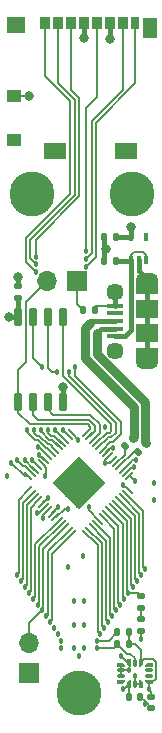
<source format=gbr>
%TF.GenerationSoftware,KiCad,Pcbnew,(6.0.7)*%
%TF.CreationDate,2022-08-25T19:07:38-04:00*%
%TF.ProjectId,msbaker,6d736261-6b65-4722-9e6b-696361645f70,3*%
%TF.SameCoordinates,Original*%
%TF.FileFunction,Copper,L1,Top*%
%TF.FilePolarity,Positive*%
%FSLAX46Y46*%
G04 Gerber Fmt 4.6, Leading zero omitted, Abs format (unit mm)*
G04 Created by KiCad (PCBNEW (6.0.7)) date 2022-08-25 19:07:38*
%MOMM*%
%LPD*%
G01*
G04 APERTURE LIST*
G04 Aperture macros list*
%AMRoundRect*
0 Rectangle with rounded corners*
0 $1 Rounding radius*
0 $2 $3 $4 $5 $6 $7 $8 $9 X,Y pos of 4 corners*
0 Add a 4 corners polygon primitive as box body*
4,1,4,$2,$3,$4,$5,$6,$7,$8,$9,$2,$3,0*
0 Add four circle primitives for the rounded corners*
1,1,$1+$1,$2,$3*
1,1,$1+$1,$4,$5*
1,1,$1+$1,$6,$7*
1,1,$1+$1,$8,$9*
0 Add four rect primitives between the rounded corners*
20,1,$1+$1,$2,$3,$4,$5,0*
20,1,$1+$1,$4,$5,$6,$7,0*
20,1,$1+$1,$6,$7,$8,$9,0*
20,1,$1+$1,$8,$9,$2,$3,0*%
%AMFreePoly0*
4,1,48,0.134742,0.310782,0.138024,0.311361,0.140910,0.309695,0.150652,0.307977,0.165579,0.295451,0.182453,0.285709,0.184767,0.279350,0.189952,0.275000,0.193336,0.255809,0.200000,0.237500,0.200000,-0.237500,0.198282,-0.247242,0.198861,-0.250524,0.197195,-0.253410,0.195477,-0.263152,0.182951,-0.278079,0.173209,-0.294953,0.166850,-0.297267,0.162500,-0.302452,0.143309,-0.305836,
0.125000,-0.312500,0.081066,-0.312500,0.076480,-0.311691,0.074529,-0.312214,0.071540,-0.310820,0.055414,-0.307977,0.042871,-0.297452,0.028033,-0.290533,-0.178033,-0.084467,-0.180703,-0.080653,-0.182453,-0.079643,-0.183581,-0.076543,-0.192973,-0.063130,-0.194400,-0.046819,-0.200000,-0.031434,-0.200000,0.237500,-0.198282,0.247242,-0.198861,0.250524,-0.197195,0.253410,-0.195477,0.263152,
-0.182951,0.278079,-0.173209,0.294953,-0.166850,0.297267,-0.162500,0.302452,-0.143309,0.305836,-0.125000,0.312500,0.125000,0.312500,0.134742,0.310782,0.134742,0.310782,$1*%
%AMFreePoly1*
4,1,48,0.134742,0.310782,0.138024,0.311361,0.140910,0.309695,0.150652,0.307977,0.165579,0.295451,0.182453,0.285709,0.184767,0.279350,0.189952,0.275000,0.193336,0.255809,0.200000,0.237500,0.200000,-0.031434,0.199191,-0.036020,0.199714,-0.037971,0.198320,-0.040960,0.195477,-0.057086,0.184952,-0.069629,0.178033,-0.084467,-0.028033,-0.290533,-0.031847,-0.293203,-0.032857,-0.294953,
-0.035957,-0.296081,-0.049370,-0.305473,-0.065681,-0.306900,-0.081066,-0.312500,-0.125000,-0.312500,-0.134742,-0.310782,-0.138024,-0.311361,-0.140910,-0.309695,-0.150652,-0.307977,-0.165579,-0.295451,-0.182453,-0.285709,-0.184767,-0.279350,-0.189952,-0.275000,-0.193336,-0.255809,-0.200000,-0.237500,-0.200000,0.237500,-0.198282,0.247242,-0.198861,0.250524,-0.197195,0.253410,-0.195477,0.263152,
-0.182951,0.278079,-0.173209,0.294953,-0.166850,0.297267,-0.162500,0.302452,-0.143309,0.305836,-0.125000,0.312500,0.125000,0.312500,0.134742,0.310782,0.134742,0.310782,$1*%
%AMFreePoly2*
4,1,48,0.247242,0.198282,0.250524,0.198861,0.253410,0.197195,0.263152,0.195477,0.278079,0.182951,0.294953,0.173209,0.297267,0.166850,0.302452,0.162500,0.305836,0.143309,0.312500,0.125000,0.312500,-0.125000,0.310782,-0.134742,0.311361,-0.138024,0.309695,-0.140910,0.307977,-0.150652,0.295451,-0.165579,0.285709,-0.182453,0.279350,-0.184767,0.275000,-0.189952,0.255809,-0.193336,
0.237500,-0.200000,-0.237500,-0.200000,-0.247242,-0.198282,-0.250524,-0.198861,-0.253410,-0.197195,-0.263152,-0.195477,-0.278079,-0.182951,-0.294953,-0.173209,-0.297267,-0.166850,-0.302452,-0.162500,-0.305836,-0.143309,-0.312500,-0.125000,-0.312500,-0.081066,-0.311691,-0.076480,-0.312214,-0.074530,-0.310821,-0.071542,-0.307977,-0.055414,-0.297451,-0.042870,-0.290533,-0.028033,-0.084467,0.178033,
-0.080653,0.180703,-0.079643,0.182453,-0.076543,0.183581,-0.063130,0.192973,-0.046820,0.194400,-0.031434,0.200000,0.237500,0.200000,0.247242,0.198282,0.247242,0.198282,$1*%
%AMFreePoly3*
4,1,48,0.247242,0.198282,0.250524,0.198861,0.253410,0.197195,0.263152,0.195477,0.278079,0.182951,0.294953,0.173209,0.297267,0.166850,0.302452,0.162500,0.305836,0.143309,0.312500,0.125000,0.312500,-0.125000,0.310782,-0.134742,0.311361,-0.138024,0.309695,-0.140910,0.307977,-0.150652,0.295451,-0.165579,0.285709,-0.182453,0.279350,-0.184767,0.275000,-0.189952,0.255809,-0.193336,
0.237500,-0.200000,-0.031434,-0.200000,-0.036020,-0.199191,-0.037971,-0.199714,-0.040960,-0.198320,-0.057086,-0.195477,-0.069629,-0.184952,-0.084467,-0.178033,-0.290533,0.028033,-0.293203,0.031847,-0.294953,0.032857,-0.296081,0.035957,-0.305473,0.049370,-0.306900,0.065681,-0.312500,0.081066,-0.312500,0.125000,-0.310782,0.134742,-0.311361,0.138024,-0.309695,0.140910,-0.307977,0.150652,
-0.295451,0.165579,-0.285709,0.182453,-0.279350,0.184767,-0.275000,0.189952,-0.255809,0.193336,-0.237500,0.200000,0.237500,0.200000,0.247242,0.198282,0.247242,0.198282,$1*%
%AMFreePoly4*
4,1,48,-0.076480,0.311691,-0.074530,0.312214,-0.071542,0.310821,-0.055414,0.307977,-0.042870,0.297451,-0.028033,0.290533,0.178033,0.084467,0.180703,0.080653,0.182453,0.079643,0.183581,0.076543,0.192973,0.063130,0.194400,0.046820,0.200000,0.031434,0.200000,-0.237500,0.198282,-0.247242,0.198861,-0.250524,0.197195,-0.253410,0.195477,-0.263152,0.182951,-0.278079,0.173209,-0.294953,
0.166850,-0.297267,0.162500,-0.302452,0.143309,-0.305836,0.125000,-0.312500,-0.125000,-0.312500,-0.134742,-0.310782,-0.138024,-0.311361,-0.140910,-0.309695,-0.150652,-0.307977,-0.165579,-0.295451,-0.182453,-0.285709,-0.184767,-0.279350,-0.189952,-0.275000,-0.193336,-0.255809,-0.200000,-0.237500,-0.200000,0.237500,-0.198282,0.247242,-0.198861,0.250524,-0.197195,0.253410,-0.195477,0.263152,
-0.182951,0.278079,-0.173209,0.294953,-0.166850,0.297267,-0.162500,0.302452,-0.143309,0.305836,-0.125000,0.312500,-0.081066,0.312500,-0.076480,0.311691,-0.076480,0.311691,$1*%
%AMFreePoly5*
4,1,48,0.134742,0.310782,0.138024,0.311361,0.140910,0.309695,0.150652,0.307977,0.165579,0.295451,0.182453,0.285709,0.184767,0.279350,0.189952,0.275000,0.193336,0.255809,0.200000,0.237500,0.200000,-0.237500,0.198282,-0.247242,0.198861,-0.250524,0.197195,-0.253410,0.195477,-0.263152,0.182951,-0.278079,0.173209,-0.294953,0.166850,-0.297267,0.162500,-0.302452,0.143309,-0.305836,
0.125000,-0.312500,-0.125000,-0.312500,-0.134742,-0.310782,-0.138024,-0.311361,-0.140910,-0.309695,-0.150652,-0.307977,-0.165579,-0.295451,-0.182453,-0.285709,-0.184767,-0.279350,-0.189952,-0.275000,-0.193336,-0.255809,-0.200000,-0.237500,-0.200000,0.031434,-0.199191,0.036020,-0.199714,0.037970,-0.198321,0.040958,-0.195477,0.057086,-0.184951,0.069630,-0.178033,0.084467,0.028033,0.290533,
0.031847,0.293203,0.032857,0.294953,0.035957,0.296081,0.049370,0.305473,0.065680,0.306900,0.081066,0.312500,0.125000,0.312500,0.134742,0.310782,0.134742,0.310782,$1*%
%AMFreePoly6*
4,1,48,0.247242,0.198282,0.250524,0.198861,0.253410,0.197195,0.263152,0.195477,0.278079,0.182951,0.294953,0.173209,0.297267,0.166850,0.302452,0.162500,0.305836,0.143309,0.312500,0.125000,0.312500,0.081066,0.311691,0.076480,0.312214,0.074529,0.310820,0.071540,0.307977,0.055414,0.297452,0.042871,0.290533,0.028033,0.084467,-0.178033,0.080653,-0.180703,0.079643,-0.182453,
0.076543,-0.183581,0.063130,-0.192973,0.046819,-0.194400,0.031434,-0.200000,-0.237500,-0.200000,-0.247242,-0.198282,-0.250524,-0.198861,-0.253410,-0.197195,-0.263152,-0.195477,-0.278079,-0.182951,-0.294953,-0.173209,-0.297267,-0.166850,-0.302452,-0.162500,-0.305836,-0.143309,-0.312500,-0.125000,-0.312500,0.125000,-0.310782,0.134742,-0.311361,0.138024,-0.309695,0.140910,-0.307977,0.150652,
-0.295451,0.165579,-0.285709,0.182453,-0.279350,0.184767,-0.275000,0.189952,-0.255809,0.193336,-0.237500,0.200000,0.237500,0.200000,0.247242,0.198282,0.247242,0.198282,$1*%
%AMFreePoly7*
4,1,48,0.036020,0.199191,0.037970,0.199714,0.040958,0.198321,0.057086,0.195477,0.069630,0.184951,0.084467,0.178033,0.290533,-0.028033,0.293203,-0.031847,0.294953,-0.032857,0.296081,-0.035957,0.305473,-0.049370,0.306900,-0.065680,0.312500,-0.081066,0.312500,-0.125000,0.310782,-0.134742,0.311361,-0.138024,0.309695,-0.140910,0.307977,-0.150652,0.295451,-0.165579,0.285709,-0.182453,
0.279350,-0.184767,0.275000,-0.189952,0.255809,-0.193336,0.237500,-0.200000,-0.237500,-0.200000,-0.247242,-0.198282,-0.250524,-0.198861,-0.253410,-0.197195,-0.263152,-0.195477,-0.278079,-0.182951,-0.294953,-0.173209,-0.297267,-0.166850,-0.302452,-0.162500,-0.305836,-0.143309,-0.312500,-0.125000,-0.312500,0.125000,-0.310782,0.134742,-0.311361,0.138024,-0.309695,0.140910,-0.307977,0.150652,
-0.295451,0.165579,-0.285709,0.182453,-0.279350,0.184767,-0.275000,0.189952,-0.255809,0.193336,-0.237500,0.200000,0.031434,0.200000,0.036020,0.199191,0.036020,0.199191,$1*%
G04 Aperture macros list end*
%TA.AperFunction,SMDPad,CuDef*%
%ADD10R,0.850000X1.100000*%
%TD*%
%TA.AperFunction,SMDPad,CuDef*%
%ADD11R,0.750000X1.100000*%
%TD*%
%TA.AperFunction,SMDPad,CuDef*%
%ADD12R,1.200000X1.000000*%
%TD*%
%TA.AperFunction,SMDPad,CuDef*%
%ADD13R,1.550000X1.350000*%
%TD*%
%TA.AperFunction,SMDPad,CuDef*%
%ADD14R,1.900000X1.350000*%
%TD*%
%TA.AperFunction,SMDPad,CuDef*%
%ADD15R,1.170000X1.800000*%
%TD*%
%TA.AperFunction,SMDPad,CuDef*%
%ADD16R,1.350000X0.400000*%
%TD*%
%TA.AperFunction,SMDPad,CuDef*%
%ADD17R,1.900000X1.200000*%
%TD*%
%TA.AperFunction,SMDPad,CuDef*%
%ADD18R,1.900000X1.500000*%
%TD*%
%TA.AperFunction,ComponentPad*%
%ADD19O,1.900000X1.200000*%
%TD*%
%TA.AperFunction,ComponentPad*%
%ADD20C,1.450000*%
%TD*%
%TA.AperFunction,SMDPad,CuDef*%
%ADD21RoundRect,0.135000X0.135000X0.185000X-0.135000X0.185000X-0.135000X-0.185000X0.135000X-0.185000X0*%
%TD*%
%TA.AperFunction,SMDPad,CuDef*%
%ADD22R,0.400000X0.650000*%
%TD*%
%TA.AperFunction,SMDPad,CuDef*%
%ADD23RoundRect,0.150000X0.150000X-0.650000X0.150000X0.650000X-0.150000X0.650000X-0.150000X-0.650000X0*%
%TD*%
%TA.AperFunction,SMDPad,CuDef*%
%ADD24FreePoly0,0.000000*%
%TD*%
%TA.AperFunction,SMDPad,CuDef*%
%ADD25RoundRect,0.085000X-0.085000X-0.227500X0.085000X-0.227500X0.085000X0.227500X-0.085000X0.227500X0*%
%TD*%
%TA.AperFunction,SMDPad,CuDef*%
%ADD26FreePoly1,0.000000*%
%TD*%
%TA.AperFunction,SMDPad,CuDef*%
%ADD27FreePoly2,0.000000*%
%TD*%
%TA.AperFunction,SMDPad,CuDef*%
%ADD28RoundRect,0.085000X-0.227500X-0.085000X0.227500X-0.085000X0.227500X0.085000X-0.227500X0.085000X0*%
%TD*%
%TA.AperFunction,SMDPad,CuDef*%
%ADD29FreePoly3,0.000000*%
%TD*%
%TA.AperFunction,SMDPad,CuDef*%
%ADD30FreePoly4,0.000000*%
%TD*%
%TA.AperFunction,SMDPad,CuDef*%
%ADD31FreePoly5,0.000000*%
%TD*%
%TA.AperFunction,SMDPad,CuDef*%
%ADD32FreePoly6,0.000000*%
%TD*%
%TA.AperFunction,SMDPad,CuDef*%
%ADD33FreePoly7,0.000000*%
%TD*%
%TA.AperFunction,ComponentPad*%
%ADD34C,3.800000*%
%TD*%
%TA.AperFunction,SMDPad,CuDef*%
%ADD35RoundRect,0.140000X0.140000X0.170000X-0.140000X0.170000X-0.140000X-0.170000X0.140000X-0.170000X0*%
%TD*%
%TA.AperFunction,SMDPad,CuDef*%
%ADD36RoundRect,0.135000X-0.185000X0.135000X-0.185000X-0.135000X0.185000X-0.135000X0.185000X0.135000X0*%
%TD*%
%TA.AperFunction,SMDPad,CuDef*%
%ADD37RoundRect,0.140000X0.170000X-0.140000X0.170000X0.140000X-0.170000X0.140000X-0.170000X-0.140000X0*%
%TD*%
%TA.AperFunction,SMDPad,CuDef*%
%ADD38RoundRect,0.135000X0.035355X-0.226274X0.226274X-0.035355X-0.035355X0.226274X-0.226274X0.035355X0*%
%TD*%
%TA.AperFunction,SMDPad,CuDef*%
%ADD39RoundRect,0.135000X-0.135000X-0.185000X0.135000X-0.185000X0.135000X0.185000X-0.135000X0.185000X0*%
%TD*%
%TA.AperFunction,SMDPad,CuDef*%
%ADD40RoundRect,0.147500X0.172500X-0.147500X0.172500X0.147500X-0.172500X0.147500X-0.172500X-0.147500X0*%
%TD*%
%TA.AperFunction,SMDPad,CuDef*%
%ADD41RoundRect,0.050000X-0.309359X0.238649X0.238649X-0.309359X0.309359X-0.238649X-0.238649X0.309359X0*%
%TD*%
%TA.AperFunction,SMDPad,CuDef*%
%ADD42RoundRect,0.050000X-0.309359X-0.238649X-0.238649X-0.309359X0.309359X0.238649X0.238649X0.309359X0*%
%TD*%
%TA.AperFunction,ComponentPad*%
%ADD43C,0.600000*%
%TD*%
%TA.AperFunction,SMDPad,CuDef*%
%ADD44RoundRect,0.144000X-2.059095X0.000000X0.000000X-2.059095X2.059095X0.000000X0.000000X2.059095X0*%
%TD*%
%TA.AperFunction,ComponentPad*%
%ADD45R,1.700000X1.700000*%
%TD*%
%TA.AperFunction,ComponentPad*%
%ADD46O,1.700000X1.700000*%
%TD*%
%TA.AperFunction,SMDPad,CuDef*%
%ADD47RoundRect,0.140000X-0.170000X0.140000X-0.170000X-0.140000X0.170000X-0.140000X0.170000X0.140000X0*%
%TD*%
%TA.AperFunction,SMDPad,CuDef*%
%ADD48RoundRect,0.140000X-0.140000X-0.170000X0.140000X-0.170000X0.140000X0.170000X-0.140000X0.170000X0*%
%TD*%
%TA.AperFunction,ViaPad*%
%ADD49C,0.800000*%
%TD*%
%TA.AperFunction,ViaPad*%
%ADD50C,0.457000*%
%TD*%
%TA.AperFunction,Conductor*%
%ADD51C,0.200000*%
%TD*%
%TA.AperFunction,Conductor*%
%ADD52C,0.400000*%
%TD*%
%TA.AperFunction,Conductor*%
%ADD53C,0.800000*%
%TD*%
%TA.AperFunction,Conductor*%
%ADD54C,0.152400*%
%TD*%
G04 APERTURE END LIST*
D10*
%TO.P,J2,1,DAT2*%
%TO.N,/SD_DAT2*%
X181395000Y-68550000D03*
%TO.P,J2,2,DAT3/CD*%
%TO.N,/SD_DAT3*%
X182495000Y-68550000D03*
%TO.P,J2,3,CMD*%
%TO.N,/SD_CMD*%
X183595000Y-68550000D03*
%TO.P,J2,4,VDD*%
%TO.N,+3.3V*%
X184695000Y-68550000D03*
%TO.P,J2,5,CLK*%
%TO.N,/SD_CLK*%
X185795000Y-68550000D03*
%TO.P,J2,6,VSS*%
%TO.N,GND*%
X186895000Y-68550000D03*
%TO.P,J2,7,DAT0*%
%TO.N,/SD_DAT0*%
X187995000Y-68550000D03*
D11*
%TO.P,J2,8,DAT1*%
%TO.N,/SD_DAT1*%
X189045000Y-68550000D03*
D12*
%TO.P,J2,9,SHIELD*%
%TO.N,GND*%
X178760000Y-74700000D03*
%TO.P,J2,10*%
%TO.N,N/C*%
X178760000Y-78400000D03*
D13*
%TO.P,J2,11*%
X178935000Y-68675000D03*
D14*
X182260000Y-79375000D03*
X188230000Y-79375000D03*
D15*
X190255000Y-68900000D03*
%TD*%
D16*
%TO.P,J1,1,VBUS*%
%TO.N,+5V*%
X187300000Y-95050000D03*
%TO.P,J1,2,D-*%
%TO.N,/USB_D-*%
X187300000Y-94400000D03*
%TO.P,J1,3,D+*%
%TO.N,/USB_D+*%
X187300000Y-93750000D03*
%TO.P,J1,4,ID*%
%TO.N,unconnected-(J1-Pad4)*%
X187300000Y-93100000D03*
%TO.P,J1,5,GND*%
%TO.N,GND*%
X187300000Y-92450000D03*
D17*
%TO.P,J1,6,Shield*%
X190000000Y-90850000D03*
D18*
X190000000Y-94750000D03*
X190000000Y-92750000D03*
D19*
X190000000Y-90250000D03*
X190000000Y-97250000D03*
D17*
X190000000Y-96650000D03*
D20*
X187300000Y-91250000D03*
X187300000Y-96250000D03*
%TD*%
D21*
%TO.P,R2,1*%
%TO.N,+3.3V*%
X188510000Y-120100000D03*
%TO.P,R2,2*%
%TO.N,/I2C0_SDA*%
X187490000Y-120100000D03*
%TD*%
D22*
%TO.P,U1,1,VIN*%
%TO.N,+5V*%
X188650000Y-88550000D03*
%TO.P,U1,2,GND*%
%TO.N,GND*%
X189300000Y-88550000D03*
%TO.P,U1,3,EN*%
%TO.N,+5V*%
X189950000Y-88550000D03*
%TO.P,U1,4,NC*%
%TO.N,unconnected-(U1-Pad4)*%
X189950000Y-86650000D03*
%TO.P,U1,5,VOUT*%
%TO.N,+3.3V*%
X188650000Y-86650000D03*
%TD*%
D23*
%TO.P,U2,1,~{CS}*%
%TO.N,/QSPI_SS*%
X179095000Y-100600000D03*
%TO.P,U2,2,DO(IO1)*%
%TO.N,/QSPI_SD1*%
X180365000Y-100600000D03*
%TO.P,U2,3,IO2*%
%TO.N,/QSPI_SD2*%
X181635000Y-100600000D03*
%TO.P,U2,4,GND*%
%TO.N,GND*%
X182905000Y-100600000D03*
%TO.P,U2,5,DI(IO0)*%
%TO.N,/QSPI_SD0*%
X182905000Y-93400000D03*
%TO.P,U2,6,CLK*%
%TO.N,/QSPI_SCLK*%
X181635000Y-93400000D03*
%TO.P,U2,7,IO3*%
%TO.N,/QSPI_SD3*%
X180365000Y-93400000D03*
%TO.P,U2,8,VCC*%
%TO.N,+3.3V*%
X179095000Y-93400000D03*
%TD*%
D24*
%TO.P,U4,14,SDA*%
%TO.N,/I2C0_SDA*%
X188500000Y-122675000D03*
D25*
%TO.P,U4,13,SCL*%
%TO.N,/I2C0_SCL*%
X189000000Y-122675000D03*
D26*
%TO.P,U4,12,CS*%
%TO.N,+3.3V*%
X189500000Y-122675000D03*
D27*
%TO.P,U4,11,NC*%
%TO.N,unconnected-(U4-Pad11)*%
X190162500Y-122837500D03*
D28*
%TO.P,U4,10,NC*%
%TO.N,unconnected-(U4-Pad10)*%
X190162500Y-123337500D03*
%TO.P,U4,9,INT2*%
%TO.N,unconnected-(U4-Pad9)*%
X190162500Y-123837500D03*
D29*
%TO.P,U4,8,VDD*%
%TO.N,+3.3V*%
X190162500Y-124337500D03*
D30*
%TO.P,U4,7,GND*%
%TO.N,GND*%
X189500000Y-124500000D03*
D25*
%TO.P,U4,6,GND*%
X189000000Y-124500000D03*
D31*
%TO.P,U4,5,VDDIO*%
%TO.N,+3.3V*%
X188500000Y-124500000D03*
D32*
%TO.P,U4,4,INT1*%
%TO.N,unconnected-(U4-Pad4)*%
X187837500Y-124337500D03*
D28*
%TO.P,U4,3,SCX*%
%TO.N,GND*%
X187837500Y-123837500D03*
%TO.P,U4,2,SDX*%
X187837500Y-123337500D03*
D33*
%TO.P,U4,1,SDO/SA0*%
X187837500Y-122837500D03*
%TD*%
D34*
%TO.P,M2,1*%
%TO.N,N/C*%
X188750000Y-83000000D03*
%TD*%
D35*
%TO.P,C3,1*%
%TO.N,+3.3V*%
X187380000Y-86600000D03*
%TO.P,C3,2*%
%TO.N,GND*%
X186420000Y-86600000D03*
%TD*%
D34*
%TO.P,M2,1*%
%TO.N,N/C*%
X180250000Y-83000000D03*
%TD*%
D36*
%TO.P,R7,1*%
%TO.N,/LED*%
X189500000Y-116990000D03*
%TO.P,R7,2*%
%TO.N,Net-(D1-Pad2)*%
X189500000Y-118010000D03*
%TD*%
D34*
%TO.P,M2,1*%
%TO.N,N/C*%
X184250000Y-125250000D03*
%TD*%
D37*
%TO.P,C6,1*%
%TO.N,+3.3V*%
X179100000Y-91780000D03*
%TO.P,C6,2*%
%TO.N,GND*%
X179100000Y-90820000D03*
%TD*%
D21*
%TO.P,R1,1*%
%TO.N,+3.3V*%
X188510000Y-121100000D03*
%TO.P,R1,2*%
%TO.N,/I2C0_SCL*%
X187490000Y-121100000D03*
%TD*%
D38*
%TO.P,R6,1*%
%TO.N,Net-(R6-Pad1)*%
X189239376Y-104810624D03*
%TO.P,R6,2*%
%TO.N,/USB_D-*%
X189960624Y-104089376D03*
%TD*%
D39*
%TO.P,R3,1*%
%TO.N,Net-(JP1-Pad1)*%
X184590000Y-92800000D03*
%TO.P,R3,2*%
%TO.N,GND*%
X185610000Y-92800000D03*
%TD*%
D40*
%TO.P,D1,1,K*%
%TO.N,GND*%
X189500000Y-119985000D03*
%TO.P,D1,2,A*%
%TO.N,Net-(D1-Pad2)*%
X189500000Y-119015000D03*
%TD*%
D38*
%TO.P,R5,2*%
%TO.N,/USB_D+*%
X188860624Y-103639376D03*
%TO.P,R5,1*%
%TO.N,Net-(R5-Pad1)*%
X188139376Y-104360624D03*
%TD*%
D41*
%TO.P,U3,1,IOVDD*%
%TO.N,+3.3V*%
X183657798Y-103230843D03*
%TO.P,U3,2,GPIO0*%
%TO.N,/SD_CLK*%
X183374955Y-103513686D03*
%TO.P,U3,3,GPIO1*%
%TO.N,/SD_DAT0*%
X183092113Y-103796528D03*
%TO.P,U3,4,GPIO2*%
%TO.N,/SD_DAT1*%
X182809270Y-104079371D03*
%TO.P,U3,5,GPIO3*%
%TO.N,/SD_DAT2*%
X182526427Y-104362214D03*
%TO.P,U3,6,GPIO4*%
%TO.N,/SD_DAT3*%
X182243585Y-104645056D03*
%TO.P,U3,7,GPIO5*%
%TO.N,/SD_CMD*%
X181960742Y-104927899D03*
%TO.P,U3,8,GPIO6*%
%TO.N,/I2C0_SDA*%
X181677899Y-105210742D03*
%TO.P,U3,9,GPIO7*%
%TO.N,/I2C0_SCL*%
X181395056Y-105493585D03*
%TO.P,U3,10,IOVDD*%
%TO.N,+3.3V*%
X181112214Y-105776427D03*
%TO.P,U3,11,GPIO8*%
%TO.N,/GPIO8*%
X180829371Y-106059270D03*
%TO.P,U3,12,GPIO9*%
%TO.N,/GPIO9*%
X180546528Y-106342113D03*
%TO.P,U3,13,GPIO10*%
%TO.N,/GPIO10*%
X180263686Y-106624955D03*
%TO.P,U3,14,GPIO11*%
%TO.N,/GPIO11*%
X179980843Y-106907798D03*
D42*
%TO.P,U3,15,GPIO12*%
%TO.N,/GPIO12*%
X179980843Y-108092202D03*
%TO.P,U3,16,GPIO13*%
%TO.N,/GPIO13*%
X180263686Y-108375045D03*
%TO.P,U3,17,GPIO14*%
%TO.N,/GPIO14*%
X180546528Y-108657887D03*
%TO.P,U3,18,GPIO15*%
%TO.N,/GPIO15*%
X180829371Y-108940730D03*
%TO.P,U3,19,TESTEN*%
%TO.N,GND*%
X181112214Y-109223573D03*
%TO.P,U3,20,XIN*%
%TO.N,Net-(C4-Pad2)*%
X181395056Y-109506415D03*
%TO.P,U3,21,XOUT*%
%TO.N,Net-(R4-Pad2)*%
X181677899Y-109789258D03*
%TO.P,U3,22,IOVDD*%
%TO.N,+3.3V*%
X181960742Y-110072101D03*
%TO.P,U3,23,DVDD*%
%TO.N,Net-(C7-Pad1)*%
X182243585Y-110354944D03*
%TO.P,U3,24,SWCLK*%
%TO.N,/SWCLK*%
X182526427Y-110637786D03*
%TO.P,U3,25,SWD*%
%TO.N,/SWD*%
X182809270Y-110920629D03*
%TO.P,U3,26,RUN*%
%TO.N,/RUN*%
X183092113Y-111203472D03*
%TO.P,U3,27,GPIO16*%
%TO.N,/GPIO16*%
X183374955Y-111486314D03*
%TO.P,U3,28,GPIO17*%
%TO.N,/GPIO17*%
X183657798Y-111769157D03*
D41*
%TO.P,U3,29,GPIO18*%
%TO.N,/GPIO18*%
X184842202Y-111769157D03*
%TO.P,U3,30,GPIO19*%
%TO.N,/GPIO19*%
X185125045Y-111486314D03*
%TO.P,U3,31,GPIO20*%
%TO.N,/GPIO20*%
X185407887Y-111203472D03*
%TO.P,U3,32,GPIO21*%
%TO.N,/GPIO21*%
X185690730Y-110920629D03*
%TO.P,U3,33,IOVDD*%
%TO.N,+3.3V*%
X185973573Y-110637786D03*
%TO.P,U3,34,GPIO22*%
%TO.N,/GPIO22*%
X186256415Y-110354944D03*
%TO.P,U3,35,GPIO23*%
%TO.N,/GPIO23*%
X186539258Y-110072101D03*
%TO.P,U3,36,GPIO24*%
%TO.N,/GPIO24*%
X186822101Y-109789258D03*
%TO.P,U3,37,GPIO25*%
%TO.N,/LED*%
X187104944Y-109506415D03*
%TO.P,U3,38,GPIO26_ADC0*%
%TO.N,/GPIO26*%
X187387786Y-109223573D03*
%TO.P,U3,39,GPIO27_ADC1*%
%TO.N,/GPIO27*%
X187670629Y-108940730D03*
%TO.P,U3,40,GPIO28_ADC2*%
%TO.N,/GPIO28*%
X187953472Y-108657887D03*
%TO.P,U3,41,GPIO29_ADC3*%
%TO.N,/GPIO29*%
X188236314Y-108375045D03*
%TO.P,U3,42,IOVDD*%
%TO.N,+3.3V*%
X188519157Y-108092202D03*
D42*
%TO.P,U3,43,ADC_AVDD*%
X188519157Y-106907798D03*
%TO.P,U3,44,VREG_IN*%
X188236314Y-106624955D03*
%TO.P,U3,45,VREG_VOUT*%
%TO.N,Net-(C7-Pad1)*%
X187953472Y-106342113D03*
%TO.P,U3,46,USB_DM*%
%TO.N,Net-(R6-Pad1)*%
X187670629Y-106059270D03*
%TO.P,U3,47,USB_DP*%
%TO.N,Net-(R5-Pad1)*%
X187387786Y-105776427D03*
%TO.P,U3,48,USB_VDD*%
%TO.N,+3.3V*%
X187104944Y-105493585D03*
%TO.P,U3,49,IOVDD*%
X186822101Y-105210742D03*
%TO.P,U3,50,DVDD*%
%TO.N,Net-(C7-Pad1)*%
X186539258Y-104927899D03*
%TO.P,U3,51,QSPI_SD3*%
%TO.N,/QSPI_SD3*%
X186256415Y-104645056D03*
%TO.P,U3,52,QSPI_SCLK*%
%TO.N,/QSPI_SCLK*%
X185973573Y-104362214D03*
%TO.P,U3,53,QSPI_SD0*%
%TO.N,/QSPI_SD0*%
X185690730Y-104079371D03*
%TO.P,U3,54,QSPI_SD2*%
%TO.N,/QSPI_SD2*%
X185407887Y-103796528D03*
%TO.P,U3,55,QSPI_SD1*%
%TO.N,/QSPI_SD1*%
X185125045Y-103513686D03*
%TO.P,U3,56,QSPI_SS*%
%TO.N,/QSPI_SS*%
X184842202Y-103230843D03*
D43*
%TO.P,U3,57,GND*%
%TO.N,GND*%
X184250000Y-107500000D03*
X182446878Y-107500000D03*
X183348439Y-108401561D03*
X184250000Y-109303122D03*
X185151561Y-106598439D03*
X185151561Y-108401561D03*
X184250000Y-105696878D03*
D44*
X184250000Y-107500000D03*
D43*
X183348439Y-106598439D03*
X186053122Y-107500000D03*
%TD*%
D45*
%TO.P,JP1,1,A*%
%TO.N,Net-(JP1-Pad1)*%
X184075000Y-90400000D03*
D46*
%TO.P,JP1,2,B*%
%TO.N,/QSPI_SS*%
X181535000Y-90400000D03*
%TD*%
D47*
%TO.P,C13,1*%
%TO.N,+3.3V*%
X190400000Y-125570000D03*
%TO.P,C13,2*%
%TO.N,GND*%
X190400000Y-126530000D03*
%TD*%
D35*
%TO.P,C1,1*%
%TO.N,+5V*%
X187380000Y-88700000D03*
%TO.P,C1,2*%
%TO.N,GND*%
X186420000Y-88700000D03*
%TD*%
D45*
%TO.P,JP2,1,A*%
%TO.N,GND*%
X180000000Y-123540000D03*
D46*
%TO.P,JP2,2,B*%
%TO.N,/RUN*%
X180000000Y-121000000D03*
%TD*%
D48*
%TO.P,C11,1*%
%TO.N,+3.3V*%
X188490000Y-125587500D03*
%TO.P,C11,2*%
%TO.N,GND*%
X189450000Y-125587500D03*
%TD*%
D49*
%TO.N,GND*%
X179100000Y-90000000D03*
D50*
X184650000Y-119450000D03*
X184650000Y-117450000D03*
D49*
X186550000Y-87650000D03*
D50*
X188500000Y-123337500D03*
D49*
X182900000Y-99300000D03*
X180000000Y-74700000D03*
D50*
X189850000Y-126150000D03*
X184650000Y-121450000D03*
X183850000Y-117450000D03*
X183850000Y-119450000D03*
X189500000Y-120650000D03*
X184625000Y-113675000D03*
D49*
X186900000Y-69900000D03*
D50*
X181600000Y-108700000D03*
X186500000Y-102700000D03*
X190600000Y-107500000D03*
X189000000Y-123837500D03*
X183850000Y-121450000D03*
X178200000Y-106900000D03*
X190600000Y-108900000D03*
X184250000Y-122100000D03*
%TO.N,+3.3V*%
X182500000Y-109500000D03*
D49*
X178300000Y-93400000D03*
D50*
X186500000Y-105800000D03*
X184200000Y-103800000D03*
X189000000Y-107300000D03*
X188000000Y-124887500D03*
D49*
X184700000Y-69800000D03*
D50*
X188000000Y-107600000D03*
X181400000Y-106900000D03*
X188900000Y-106100000D03*
D49*
X188700000Y-85800000D03*
D50*
X190150000Y-124887500D03*
X183300000Y-114550000D03*
X185100000Y-109500000D03*
%TO.N,Net-(C4-Pad2)*%
X180700000Y-110000000D03*
%TO.N,Net-(C7-Pad1)*%
X187150000Y-104500000D03*
X189050000Y-105500000D03*
X183360589Y-109660589D03*
%TO.N,/SD_DAT2*%
X181050000Y-103000000D03*
X180600000Y-89600000D03*
%TO.N,/SD_DAT3*%
X180600000Y-88950000D03*
X180450000Y-103000000D03*
%TO.N,/SD_CMD*%
X179850000Y-103000000D03*
X180600000Y-88300000D03*
%TO.N,/SD_CLK*%
X184850000Y-87850000D03*
X182900000Y-103000000D03*
%TO.N,/SD_DAT0*%
X184850000Y-88500000D03*
X182250000Y-103000000D03*
%TO.N,/SD_DAT1*%
X181650000Y-103000000D03*
X184850000Y-89150000D03*
%TO.N,/GPIO29*%
X189850000Y-114750000D03*
%TO.N,/GPIO28*%
X189500000Y-115250000D03*
%TO.N,/GPIO12*%
X179000000Y-115250000D03*
%TO.N,/GPIO27*%
X189150000Y-115750000D03*
%TO.N,/GPIO13*%
X179350000Y-115750000D03*
%TO.N,/GPIO26*%
X188800000Y-116250000D03*
%TO.N,/GPIO14*%
X179700000Y-116250000D03*
%TO.N,/LED*%
X188450000Y-116750000D03*
%TO.N,/GPIO15*%
X180050000Y-116750000D03*
%TO.N,/GPIO24*%
X188100000Y-117250000D03*
%TO.N,/SWCLK*%
X180400000Y-117250000D03*
%TO.N,/GPIO23*%
X187750000Y-117750000D03*
%TO.N,/SWD*%
X180750000Y-117750000D03*
%TO.N,/GPIO22*%
X187400000Y-118250000D03*
%TO.N,/RUN*%
X181100000Y-118250000D03*
%TO.N,/GPIO21*%
X187050000Y-118750000D03*
%TO.N,/GPIO16*%
X181450000Y-118750000D03*
%TO.N,/GPIO20*%
X186700000Y-119250000D03*
%TO.N,/GPIO17*%
X181800000Y-119250000D03*
%TO.N,/GPIO19*%
X186350000Y-119750000D03*
%TO.N,/GPIO11*%
X182150000Y-119750000D03*
X178500000Y-105750000D03*
%TO.N,/GPIO18*%
X186000000Y-120250000D03*
%TO.N,/GPIO10*%
X179050000Y-105550000D03*
X182500000Y-120250000D03*
%TO.N,/I2C0_SDA*%
X185800000Y-120800000D03*
X187800000Y-122100000D03*
X180750000Y-104450000D03*
%TO.N,/GPIO9*%
X182700000Y-120800000D03*
X179650000Y-105500000D03*
%TO.N,/I2C0_SCL*%
X180850000Y-105050000D03*
X185750000Y-121400000D03*
%TO.N,/GPIO8*%
X180300000Y-105500000D03*
X182750000Y-121400000D03*
%TO.N,Net-(R4-Pad2)*%
X181200000Y-110400000D03*
%TO.N,/QSPI_SCLK*%
X182400000Y-98100000D03*
X183400000Y-98100000D03*
%TO.N,/QSPI_SD3*%
X181100000Y-97600000D03*
X183900000Y-97600000D03*
%TD*%
D51*
%TO.N,+5V*%
X188650000Y-88550000D02*
X188650000Y-88150000D01*
X189700000Y-87900000D02*
X189950000Y-88150000D01*
D52*
X187300000Y-95050000D02*
X188150000Y-95050000D01*
X188500000Y-88700000D02*
X188650000Y-88550000D01*
D51*
X188650000Y-88150000D02*
X188900000Y-87900000D01*
X189950000Y-88150000D02*
X189950000Y-88550000D01*
D52*
X188150000Y-95050000D02*
X188650000Y-94550000D01*
X188650000Y-94550000D02*
X188650000Y-88550000D01*
X187380000Y-88700000D02*
X188500000Y-88700000D01*
D51*
X188900000Y-87900000D02*
X189700000Y-87900000D01*
%TO.N,GND*%
X181112214Y-109187786D02*
X181600000Y-108700000D01*
D52*
X182905000Y-100600000D02*
X182905000Y-99305000D01*
X189300000Y-89550000D02*
X190000000Y-90250000D01*
X179100000Y-90820000D02*
X179100000Y-90000000D01*
X186420000Y-86600000D02*
X186420000Y-87520000D01*
D51*
X187837500Y-123837500D02*
X187837500Y-123337500D01*
X189910000Y-126040000D02*
X189850000Y-126100000D01*
X181112214Y-109223573D02*
X181112214Y-109187786D01*
X185650000Y-92450000D02*
X187300000Y-92450000D01*
D52*
X186900000Y-69900000D02*
X186895000Y-69895000D01*
D51*
X189450000Y-125587500D02*
X189457500Y-125587500D01*
X185610000Y-92800000D02*
X185610000Y-92510000D01*
D52*
X186420000Y-87520000D02*
X186550000Y-87650000D01*
D51*
X185600000Y-92500000D02*
X185650000Y-92450000D01*
D52*
X190000000Y-94750000D02*
X190000000Y-96650000D01*
X186420000Y-88700000D02*
X186420000Y-87780000D01*
D51*
X189000000Y-124500000D02*
X189000000Y-123837500D01*
X189000000Y-124500000D02*
X189500000Y-124500000D01*
X187837500Y-123337500D02*
X188500000Y-123337500D01*
D52*
X190000000Y-92750000D02*
X190000000Y-90850000D01*
D51*
X185610000Y-92510000D02*
X185600000Y-92500000D01*
X189500000Y-119985000D02*
X189500000Y-120650000D01*
D52*
X187300000Y-92450000D02*
X187300000Y-91250000D01*
X186895000Y-69895000D02*
X186895000Y-68550000D01*
X190000000Y-94750000D02*
X190000000Y-92750000D01*
X189300000Y-88550000D02*
X189300000Y-89550000D01*
D51*
X189850000Y-126100000D02*
X189850000Y-126150000D01*
X189910000Y-126040000D02*
X190400000Y-126530000D01*
D52*
X182905000Y-99305000D02*
X182900000Y-99300000D01*
D51*
X187837500Y-122837500D02*
X187837500Y-123337500D01*
X178760000Y-74700000D02*
X180000000Y-74700000D01*
X189457500Y-125587500D02*
X189910000Y-126040000D01*
D52*
X186420000Y-87780000D02*
X186550000Y-87650000D01*
D51*
%TO.N,+3.3V*%
X186500000Y-105800000D02*
X186798529Y-105800000D01*
X188000000Y-107600000D02*
X188492202Y-108092202D01*
D52*
X188700000Y-86600000D02*
X188700000Y-85800000D01*
D51*
X188490000Y-124510000D02*
X188500000Y-124500000D01*
X186500000Y-105532843D02*
X186822101Y-105210742D01*
X190162500Y-124337500D02*
X190162500Y-124875000D01*
X184200000Y-103800000D02*
X183657798Y-103257798D01*
X181960742Y-110039258D02*
X182500000Y-109500000D01*
X190462500Y-124337500D02*
X190750000Y-124050000D01*
X186500000Y-105800000D02*
X186500000Y-105532843D01*
X188510000Y-120100000D02*
X188510000Y-121100000D01*
D52*
X184700000Y-68555000D02*
X184695000Y-68550000D01*
D51*
X188500000Y-124500000D02*
X188112500Y-124887500D01*
D52*
X179100000Y-91780000D02*
X179100000Y-93395000D01*
D51*
X189500000Y-121600000D02*
X189500000Y-122675000D01*
X189787500Y-122387500D02*
X189500000Y-122675000D01*
D52*
X184700000Y-69800000D02*
X184700000Y-68555000D01*
D51*
X190162500Y-124875000D02*
X190150000Y-124887500D01*
X189000000Y-107300000D02*
X188607798Y-106907798D01*
D52*
X188650000Y-86650000D02*
X188700000Y-86600000D01*
D51*
X190550000Y-122387500D02*
X189787500Y-122387500D01*
X190400000Y-125570000D02*
X190400000Y-125137500D01*
D52*
X179100000Y-93395000D02*
X179095000Y-93400000D01*
D51*
X190162500Y-124337500D02*
X190462500Y-124337500D01*
X190750000Y-124050000D02*
X190750000Y-122587500D01*
X185100000Y-109764213D02*
X185973573Y-110637786D01*
X188112500Y-124887500D02*
X188000000Y-124887500D01*
D52*
X187380000Y-86600000D02*
X188600000Y-86600000D01*
D51*
X181400000Y-106900000D02*
X181500000Y-106800000D01*
X190400000Y-125137500D02*
X190150000Y-124887500D01*
D52*
X188600000Y-86600000D02*
X188650000Y-86650000D01*
D51*
X188492202Y-108092202D02*
X188519157Y-108092202D01*
X186798529Y-105800000D02*
X187104944Y-105493585D01*
X190750000Y-122587500D02*
X190550000Y-122387500D01*
X188607798Y-106907798D02*
X188519157Y-106907798D01*
X181960742Y-110072101D02*
X181960742Y-110039258D01*
X183657798Y-103257798D02*
X183657798Y-103230843D01*
X181500000Y-106800000D02*
X181500000Y-106164213D01*
X188761269Y-106100000D02*
X188236314Y-106624955D01*
D52*
X179095000Y-93400000D02*
X178300000Y-93400000D01*
D51*
X189000000Y-121100000D02*
X189500000Y-121600000D01*
X188900000Y-106100000D02*
X188761269Y-106100000D01*
X181500000Y-106164213D02*
X181112214Y-105776427D01*
X188490000Y-125587500D02*
X188490000Y-124510000D01*
X188510000Y-121100000D02*
X189000000Y-121100000D01*
X185100000Y-109500000D02*
X185100000Y-109764213D01*
%TO.N,Net-(C4-Pad2)*%
X180901471Y-110000000D02*
X180700000Y-110000000D01*
X181395056Y-109506415D02*
X180901471Y-110000000D01*
%TO.N,Net-(C7-Pad1)*%
X182345056Y-110354944D02*
X183039411Y-109660589D01*
X188650000Y-105650000D02*
X188750000Y-105550000D01*
X186539258Y-104927899D02*
X186539258Y-104860742D01*
X188750000Y-105550000D02*
X189000000Y-105550000D01*
X186900000Y-104500000D02*
X187150000Y-104500000D01*
X187957887Y-106342113D02*
X188650000Y-105650000D01*
X189000000Y-105550000D02*
X189050000Y-105500000D01*
X182243585Y-110354944D02*
X182345056Y-110354944D01*
X186539258Y-104860742D02*
X186900000Y-104500000D01*
X187953472Y-106342113D02*
X187957887Y-106342113D01*
X183039411Y-109660589D02*
X183360589Y-109660589D01*
%TO.N,Net-(D1-Pad2)*%
X189500000Y-118010000D02*
X189500000Y-119015000D01*
D52*
%TO.N,/USB_D-*%
X185750000Y-94750000D02*
X186100000Y-94400000D01*
D53*
X185750000Y-96503123D02*
X189860624Y-100613747D01*
X189860624Y-100613747D02*
X189860624Y-103989376D01*
D52*
X186100000Y-94400000D02*
X187300000Y-94400000D01*
D53*
X185750000Y-94750000D02*
X185750000Y-96503123D01*
X189860624Y-103989376D02*
X189960624Y-104089376D01*
D52*
%TO.N,/USB_D+*%
X185406497Y-93750000D02*
X187300000Y-93750000D01*
D53*
X188910624Y-101007249D02*
X185201687Y-97298312D01*
X188910624Y-101250000D02*
X188910624Y-101007249D01*
X185201687Y-97298312D02*
X184800000Y-96896625D01*
D52*
X185203249Y-93953248D02*
X185406497Y-93750000D01*
D53*
X184800000Y-94356497D02*
X185203249Y-93953248D01*
X184800000Y-96896625D02*
X184800000Y-94356497D01*
X188860624Y-103639376D02*
X188910624Y-103589376D01*
X188910624Y-103589376D02*
X188910624Y-101250000D01*
D51*
%TO.N,/SD_DAT2*%
X182526427Y-104362214D02*
X182512214Y-104362214D01*
X179750000Y-88750000D02*
X179750000Y-86750000D01*
X183500000Y-83000000D02*
X183500000Y-75100000D01*
X183500000Y-75100000D02*
X181395000Y-72995000D01*
X182512214Y-104362214D02*
X181950000Y-103800000D01*
X181750000Y-103800000D02*
X181050000Y-103100000D01*
X179750000Y-86750000D02*
X183500000Y-83000000D01*
X181050000Y-103100000D02*
X181050000Y-103000000D01*
X181395000Y-72995000D02*
X181395000Y-68550000D01*
X181950000Y-103800000D02*
X181750000Y-103800000D01*
X180600000Y-89600000D02*
X179750000Y-88750000D01*
%TO.N,/SD_DAT3*%
X181600000Y-104150000D02*
X181000000Y-103550000D01*
X183900000Y-75000000D02*
X182495000Y-73595000D01*
X181750000Y-104150000D02*
X181700000Y-104150000D01*
X180450000Y-103200000D02*
X180450000Y-103000000D01*
X180100000Y-88450000D02*
X180100000Y-86900000D01*
X180600000Y-88950000D02*
X180100000Y-88450000D01*
X183900000Y-83100000D02*
X183900000Y-75000000D01*
X181850000Y-104250000D02*
X181750000Y-104150000D01*
X180100000Y-86900000D02*
X183900000Y-83100000D01*
X181700000Y-104150000D02*
X181600000Y-104150000D01*
X180900000Y-103450000D02*
X180700000Y-103450000D01*
X182243585Y-104643585D02*
X181850000Y-104250000D01*
X182243585Y-104645056D02*
X182243585Y-104643585D01*
X181000000Y-103550000D02*
X180900000Y-103450000D01*
X180700000Y-103450000D02*
X180450000Y-103200000D01*
X182495000Y-73595000D02*
X182495000Y-68550000D01*
%TO.N,/SD_CMD*%
X181960742Y-104927899D02*
X181960742Y-104910742D01*
X180600000Y-86900000D02*
X184300000Y-83200000D01*
X184300000Y-74900000D02*
X183595000Y-74195000D01*
X180750000Y-103800000D02*
X180500000Y-103800000D01*
X181450000Y-104500000D02*
X180750000Y-103800000D01*
X184300000Y-83200000D02*
X184300000Y-74900000D01*
X180600000Y-88300000D02*
X180600000Y-86900000D01*
X181550000Y-104500000D02*
X181450000Y-104500000D01*
X180500000Y-103800000D02*
X179850000Y-103150000D01*
X183595000Y-74195000D02*
X183595000Y-68550000D01*
X181960742Y-104910742D02*
X181550000Y-104500000D01*
X179850000Y-103150000D02*
X179850000Y-103000000D01*
%TO.N,/SD_CLK*%
X185795000Y-74755000D02*
X185795000Y-68550000D01*
X183374955Y-103474955D02*
X182900000Y-103000000D01*
X183374955Y-103513686D02*
X183374955Y-103474955D01*
X184850000Y-87850000D02*
X184850000Y-75700000D01*
X184850000Y-75700000D02*
X185795000Y-74755000D01*
%TO.N,/SD_DAT0*%
X185350000Y-88000000D02*
X185350000Y-76800000D01*
X183046528Y-103796528D02*
X182250000Y-103000000D01*
X183092113Y-103796528D02*
X183046528Y-103796528D01*
X184850000Y-88500000D02*
X185350000Y-88000000D01*
X187995000Y-74155000D02*
X187995000Y-68550000D01*
X185350000Y-76800000D02*
X187995000Y-74155000D01*
%TO.N,/SD_DAT1*%
X182779371Y-104079371D02*
X182250000Y-103550000D01*
X185700000Y-88300000D02*
X185700000Y-76950000D01*
X181650000Y-103200000D02*
X181650000Y-103000000D01*
X181900000Y-103450000D02*
X181650000Y-103200000D01*
X185700000Y-76950000D02*
X189045000Y-73605000D01*
X182809270Y-104079371D02*
X182779371Y-104079371D01*
X189045000Y-73605000D02*
X189045000Y-68550000D01*
X184850000Y-89150000D02*
X185700000Y-88300000D01*
X182250000Y-103550000D02*
X182150000Y-103450000D01*
X182150000Y-103450000D02*
X181900000Y-103450000D01*
%TO.N,/GPIO29*%
X189700000Y-109838731D02*
X189700000Y-114450000D01*
X189700000Y-114600000D02*
X189850000Y-114750000D01*
X188236314Y-108375045D02*
X189700000Y-109838731D01*
X189700000Y-114450000D02*
X189700000Y-114600000D01*
%TO.N,/GPIO28*%
X187953472Y-108657887D02*
X189350000Y-110054415D01*
X189350000Y-110054415D02*
X189350000Y-114250000D01*
X189350000Y-115100000D02*
X189500000Y-115250000D01*
X189350000Y-114250000D02*
X189350000Y-115100000D01*
%TO.N,/GPIO12*%
X179980843Y-108092202D02*
X179150000Y-108923045D01*
X179150000Y-115100000D02*
X179000000Y-115250000D01*
X179150000Y-114900000D02*
X179150000Y-115100000D01*
X179150000Y-108923045D02*
X179150000Y-114900000D01*
%TO.N,/GPIO27*%
X189000000Y-115600000D02*
X189150000Y-115750000D01*
X189000000Y-115400000D02*
X189000000Y-115600000D01*
X187670629Y-108940730D02*
X189000000Y-110270101D01*
X189000000Y-110270101D02*
X189000000Y-115400000D01*
%TO.N,/GPIO13*%
X179500000Y-109138731D02*
X179500000Y-115450000D01*
X179500000Y-115450000D02*
X179500000Y-115600000D01*
X179500000Y-115600000D02*
X179350000Y-115750000D01*
X180263686Y-108375045D02*
X179500000Y-109138731D01*
%TO.N,/GPIO26*%
X188650000Y-110485787D02*
X188650000Y-115750000D01*
X187387786Y-109223573D02*
X188650000Y-110485787D01*
X188650000Y-116100000D02*
X188800000Y-116250000D01*
X188650000Y-115750000D02*
X188650000Y-116100000D01*
%TO.N,/GPIO14*%
X179850000Y-116100000D02*
X179700000Y-116250000D01*
X179850000Y-109354415D02*
X179850000Y-115800000D01*
X179850000Y-115800000D02*
X179850000Y-116100000D01*
X180546528Y-108657887D02*
X179850000Y-109354415D01*
%TO.N,/LED*%
X187104944Y-109506415D02*
X188300000Y-110701471D01*
X188300000Y-110701471D02*
X188300000Y-116400000D01*
X188450000Y-116750000D02*
X189260000Y-116750000D01*
X188300000Y-116600000D02*
X188450000Y-116750000D01*
X189260000Y-116750000D02*
X189500000Y-116990000D01*
X188300000Y-116400000D02*
X188300000Y-116600000D01*
%TO.N,/GPIO15*%
X180200000Y-116200000D02*
X180200000Y-116600000D01*
X180200000Y-112800000D02*
X180200000Y-116200000D01*
X180200000Y-109570101D02*
X180200000Y-112800000D01*
X180829371Y-108940730D02*
X180200000Y-109570101D01*
X180200000Y-116600000D02*
X180050000Y-116750000D01*
%TO.N,/GPIO24*%
X187950000Y-117100000D02*
X188100000Y-117250000D01*
X186822101Y-109789258D02*
X187950000Y-110917157D01*
X187950000Y-116750000D02*
X187950000Y-117100000D01*
X187950000Y-110917157D02*
X187950000Y-116750000D01*
%TO.N,/SWCLK*%
X180550000Y-112614213D02*
X180550000Y-116900000D01*
X180550000Y-116900000D02*
X180550000Y-117100000D01*
X180550000Y-117100000D02*
X180400000Y-117250000D01*
X182526427Y-110637786D02*
X180550000Y-112614213D01*
%TO.N,/GPIO23*%
X186539258Y-110072101D02*
X187600000Y-111132843D01*
X187600000Y-111132843D02*
X187600000Y-117400000D01*
X187600000Y-117600000D02*
X187750000Y-117750000D01*
X187600000Y-117400000D02*
X187600000Y-117600000D01*
%TO.N,/SWD*%
X180900000Y-117400000D02*
X180900000Y-117600000D01*
X182809270Y-110920629D02*
X180900000Y-112829899D01*
X180900000Y-112829899D02*
X180900000Y-117400000D01*
X180900000Y-117600000D02*
X180750000Y-117750000D01*
%TO.N,/GPIO22*%
X187250000Y-111348529D02*
X187250000Y-112400000D01*
X187250000Y-118100000D02*
X187400000Y-118250000D01*
X186256415Y-110354944D02*
X187250000Y-111348529D01*
X187250000Y-112400000D02*
X187250000Y-118100000D01*
%TO.N,/RUN*%
X181250000Y-116900000D02*
X181250000Y-118100000D01*
X183092113Y-111203472D02*
X181250000Y-113045585D01*
X181250000Y-113045585D02*
X181250000Y-116900000D01*
X180000000Y-119350000D02*
X181100000Y-118250000D01*
X180000000Y-121000000D02*
X180000000Y-119350000D01*
X181250000Y-118100000D02*
X181100000Y-118250000D01*
%TO.N,/GPIO21*%
X186900000Y-112150000D02*
X186900000Y-112650000D01*
X185690730Y-110920629D02*
X185690730Y-110940730D01*
X185690730Y-110940730D02*
X186450000Y-111700000D01*
X186900000Y-112650000D02*
X186900000Y-118600000D01*
X186900000Y-118600000D02*
X187050000Y-118750000D01*
X186450000Y-111700000D02*
X186900000Y-112150000D01*
%TO.N,/GPIO16*%
X181600000Y-118600000D02*
X181450000Y-118750000D01*
X181600000Y-113261269D02*
X181600000Y-118250000D01*
X183374955Y-111486314D02*
X181600000Y-113261269D01*
X181600000Y-118250000D02*
X181600000Y-118600000D01*
%TO.N,/GPIO20*%
X185407887Y-111207887D02*
X186200000Y-112000000D01*
X186550000Y-112750000D02*
X186550000Y-119100000D01*
X185407887Y-111203472D02*
X185407887Y-111207887D01*
X186550000Y-119100000D02*
X186700000Y-119250000D01*
X186200000Y-112000000D02*
X186550000Y-112350000D01*
X186550000Y-112350000D02*
X186550000Y-112750000D01*
%TO.N,/GPIO17*%
X181950000Y-113476955D02*
X181950000Y-118350000D01*
X181950000Y-118350000D02*
X181950000Y-119100000D01*
X181950000Y-119100000D02*
X181800000Y-119250000D01*
X183657798Y-111769157D02*
X181950000Y-113476955D01*
%TO.N,/GPIO19*%
X186200000Y-119600000D02*
X186350000Y-119750000D01*
X186200000Y-113050000D02*
X186200000Y-119600000D01*
X186200000Y-112550000D02*
X186200000Y-113050000D01*
X185125045Y-111486314D02*
X185136314Y-111486314D01*
X185136314Y-111486314D02*
X185950000Y-112300000D01*
X185950000Y-112300000D02*
X186200000Y-112550000D01*
%TO.N,/GPIO11*%
X179657798Y-106907798D02*
X178500000Y-105750000D01*
X179980843Y-106907798D02*
X179657798Y-106907798D01*
%TO.N,/GPIO18*%
X185850000Y-112750000D02*
X185850000Y-119800000D01*
X185500000Y-112400000D02*
X185850000Y-112750000D01*
X185850000Y-119800000D02*
X185850000Y-120100000D01*
X184842202Y-111769157D02*
X184869157Y-111769157D01*
X184869157Y-111769157D02*
X185500000Y-112400000D01*
X185850000Y-120100000D02*
X186000000Y-120250000D01*
%TO.N,/GPIO10*%
X179700000Y-106050000D02*
X179650000Y-106000000D01*
X180263686Y-106624955D02*
X180263686Y-106613686D01*
X179650000Y-106000000D02*
X179500000Y-106000000D01*
X180263686Y-106613686D02*
X179700000Y-106050000D01*
X179500000Y-106000000D02*
X179050000Y-105550000D01*
%TO.N,/I2C0_SDA*%
X188375000Y-122675000D02*
X188500000Y-122675000D01*
X181150000Y-104700000D02*
X180900000Y-104450000D01*
X185800000Y-120800000D02*
X186790000Y-120800000D01*
X180900000Y-104450000D02*
X180750000Y-104450000D01*
X186790000Y-120800000D02*
X187490000Y-120100000D01*
X181677899Y-105210742D02*
X181660742Y-105210742D01*
X187800000Y-122100000D02*
X188375000Y-122675000D01*
X181660742Y-105210742D02*
X181150000Y-104700000D01*
%TO.N,/GPIO9*%
X180492113Y-106342113D02*
X179650000Y-105500000D01*
X180546528Y-106342113D02*
X180542113Y-106342113D01*
D54*
X180546528Y-106342113D02*
X180535474Y-106342113D01*
D51*
X180546528Y-106342113D02*
X180492113Y-106342113D01*
%TO.N,/I2C0_SCL*%
X187500000Y-121100000D02*
X188300000Y-121900000D01*
X188600000Y-121900000D02*
X189000000Y-122300000D01*
X187190000Y-121400000D02*
X187490000Y-121100000D01*
X188300000Y-121900000D02*
X188600000Y-121900000D01*
X187490000Y-121100000D02*
X187500000Y-121100000D01*
X185750000Y-121400000D02*
X187190000Y-121400000D01*
X181293585Y-105493585D02*
X180850000Y-105050000D01*
X189000000Y-122300000D02*
X189000000Y-122675000D01*
X181395056Y-105493585D02*
X181293585Y-105493585D01*
%TO.N,/GPIO8*%
X180829371Y-106029371D02*
X180300000Y-105500000D01*
X180829371Y-106059270D02*
X180829371Y-106029371D01*
%TO.N,Net-(JP1-Pad1)*%
X184075000Y-92285000D02*
X184590000Y-92800000D01*
X184075000Y-90400000D02*
X184075000Y-92285000D01*
%TO.N,/QSPI_SS*%
X179095000Y-100600000D02*
X179095000Y-97905000D01*
X179095000Y-101495000D02*
X179095000Y-100600000D01*
X185200000Y-102900000D02*
X185200000Y-102700000D01*
X184869157Y-103230843D02*
X185200000Y-102900000D01*
X185000000Y-102500000D02*
X180100000Y-102500000D01*
X179800000Y-97200000D02*
X179800000Y-92135000D01*
X180100000Y-102500000D02*
X179095000Y-101495000D01*
X179095000Y-97905000D02*
X179800000Y-97200000D01*
X185200000Y-102700000D02*
X185000000Y-102500000D01*
X184842202Y-103230843D02*
X184869157Y-103230843D01*
X179800000Y-92135000D02*
X181535000Y-90400000D01*
%TO.N,Net-(R4-Pad2)*%
X181610742Y-109789258D02*
X181200000Y-110200000D01*
X181200000Y-110200000D02*
X181200000Y-110400000D01*
X181677899Y-109789258D02*
X181610742Y-109789258D01*
%TO.N,Net-(R5-Pad1)*%
X187423573Y-105776427D02*
X187387786Y-105776427D01*
X188139376Y-105060624D02*
X187423573Y-105776427D01*
X188139376Y-104360624D02*
X188139376Y-105060624D01*
%TO.N,Net-(R6-Pad1)*%
X187690730Y-106059270D02*
X188939376Y-104810624D01*
X188939376Y-104810624D02*
X189239376Y-104810624D01*
X187670629Y-106059270D02*
X187690730Y-106059270D01*
%TO.N,/QSPI_SD1*%
X180800000Y-102100000D02*
X180365000Y-101665000D01*
X185125045Y-103513686D02*
X185186314Y-103513686D01*
X185186314Y-103513686D02*
X185600000Y-103100000D01*
X185600000Y-103100000D02*
X185600000Y-102600000D01*
X185100000Y-102100000D02*
X180800000Y-102100000D01*
X185600000Y-102600000D02*
X185100000Y-102100000D01*
X180365000Y-101665000D02*
X180365000Y-100600000D01*
%TO.N,/QSPI_SD2*%
X186000000Y-102500000D02*
X185200000Y-101700000D01*
X185200000Y-101700000D02*
X182100000Y-101700000D01*
X181635000Y-101235000D02*
X181635000Y-100600000D01*
X182100000Y-101700000D02*
X181635000Y-101235000D01*
X185407887Y-103796528D02*
X185407887Y-103792113D01*
X185407887Y-103792113D02*
X186000000Y-103200000D01*
X186000000Y-103200000D02*
X186000000Y-102500000D01*
%TO.N,/QSPI_SD0*%
X187000000Y-103100000D02*
X187000000Y-102500000D01*
X182905000Y-98405000D02*
X182905000Y-93400000D01*
X185690730Y-104079371D02*
X185720629Y-104079371D01*
X186600000Y-103200000D02*
X186900000Y-103200000D01*
X185720629Y-104079371D02*
X186600000Y-103200000D01*
X187000000Y-102500000D02*
X182905000Y-98405000D01*
X186900000Y-103200000D02*
X187000000Y-103100000D01*
%TO.N,/QSPI_SCLK*%
X182400000Y-98100000D02*
X182000000Y-98100000D01*
X185973573Y-104326427D02*
X186600000Y-103700000D01*
X187400000Y-102400000D02*
X187200000Y-102200000D01*
X187000000Y-103600000D02*
X187400000Y-103200000D01*
X187200000Y-102200000D02*
X183400000Y-98400000D01*
X181635000Y-97735000D02*
X181635000Y-93400000D01*
X186600000Y-103700000D02*
X186700000Y-103600000D01*
X186700000Y-103600000D02*
X187000000Y-103600000D01*
X187400000Y-103200000D02*
X187400000Y-103100000D01*
X187400000Y-103100000D02*
X187400000Y-102400000D01*
X183400000Y-98400000D02*
X183400000Y-98100000D01*
X182000000Y-98100000D02*
X181635000Y-97735000D01*
X185973573Y-104362214D02*
X185973573Y-104326427D01*
%TO.N,/QSPI_SD3*%
X187800000Y-103300000D02*
X187800000Y-102300000D01*
X181100000Y-97600000D02*
X180365000Y-96865000D01*
X183900000Y-98400000D02*
X183900000Y-97600000D01*
X186256415Y-104645056D02*
X186256415Y-104643585D01*
X186900000Y-104000000D02*
X187100000Y-104000000D01*
X186256415Y-104643585D02*
X186900000Y-104000000D01*
X187100000Y-104000000D02*
X187800000Y-103300000D01*
X187800000Y-102300000D02*
X183900000Y-98400000D01*
X180365000Y-96865000D02*
X180365000Y-93400000D01*
%TD*%
M02*

</source>
